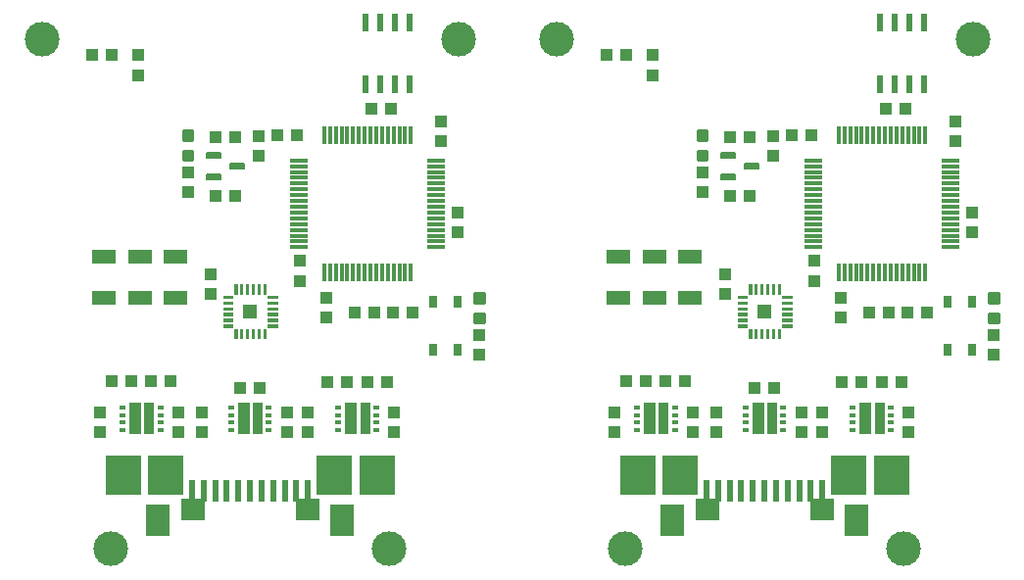
<source format=gbr>
G04 EAGLE Gerber RS-274X export*
G75*
%MOMM*%
%FSLAX34Y34*%
%LPD*%
%INSolderpaste Top*%
%IPPOS*%
%AMOC8*
5,1,8,0,0,1.08239X$1,22.5*%
G01*
%ADD10R,1.000000X1.100000*%
%ADD11R,2.060000X1.270000*%
%ADD12R,1.260000X1.260000*%
%ADD13C,0.067500*%
%ADD14R,2.000000X1.900000*%
%ADD15R,0.600000X1.900000*%
%ADD16R,2.100000X2.800000*%
%ADD17R,3.100000X3.500000*%
%ADD18R,1.100000X1.000000*%
%ADD19R,1.500000X0.300000*%
%ADD20R,0.300000X1.500000*%
%ADD21R,0.650000X1.050000*%
%ADD22C,0.300000*%
%ADD23R,0.620000X0.440000*%
%ADD24R,0.935000X2.800000*%
%ADD25R,1.005000X2.800000*%
%ADD26R,0.600000X1.500000*%
%ADD27C,0.147500*%
%ADD28C,3.000000*%


D10*
X181769Y277581D03*
X181769Y260581D03*
D11*
X151606Y257088D03*
X151606Y292188D03*
X89694Y257088D03*
X89694Y292188D03*
D10*
X153988Y157725D03*
X153988Y140725D03*
X86519Y157725D03*
X86519Y140725D03*
X281781Y256944D03*
X281781Y239944D03*
D12*
X215900Y245269D03*
D13*
X200513Y256756D02*
X192587Y256756D01*
X192587Y258782D01*
X200513Y258782D01*
X200513Y256756D01*
X200513Y257397D02*
X192587Y257397D01*
X192587Y258038D02*
X200513Y258038D01*
X200513Y258679D02*
X192587Y258679D01*
X192587Y251756D02*
X200513Y251756D01*
X192587Y251756D02*
X192587Y253782D01*
X200513Y253782D01*
X200513Y251756D01*
X200513Y252397D02*
X192587Y252397D01*
X192587Y253038D02*
X200513Y253038D01*
X200513Y253679D02*
X192587Y253679D01*
X192587Y246756D02*
X200513Y246756D01*
X192587Y246756D02*
X192587Y248782D01*
X200513Y248782D01*
X200513Y246756D01*
X200513Y247397D02*
X192587Y247397D01*
X192587Y248038D02*
X200513Y248038D01*
X200513Y248679D02*
X192587Y248679D01*
X192587Y241756D02*
X200513Y241756D01*
X192587Y241756D02*
X192587Y243782D01*
X200513Y243782D01*
X200513Y241756D01*
X200513Y242397D02*
X192587Y242397D01*
X192587Y243038D02*
X200513Y243038D01*
X200513Y243679D02*
X192587Y243679D01*
X192587Y236756D02*
X200513Y236756D01*
X192587Y236756D02*
X192587Y238782D01*
X200513Y238782D01*
X200513Y236756D01*
X200513Y237397D02*
X192587Y237397D01*
X192587Y238038D02*
X200513Y238038D01*
X200513Y238679D02*
X192587Y238679D01*
X192587Y231756D02*
X200513Y231756D01*
X192587Y231756D02*
X192587Y233782D01*
X200513Y233782D01*
X200513Y231756D01*
X200513Y232397D02*
X192587Y232397D01*
X192587Y233038D02*
X200513Y233038D01*
X200513Y233679D02*
X192587Y233679D01*
X231287Y231756D02*
X239213Y231756D01*
X231287Y231756D02*
X231287Y233782D01*
X239213Y233782D01*
X239213Y231756D01*
X239213Y232397D02*
X231287Y232397D01*
X231287Y233038D02*
X239213Y233038D01*
X239213Y233679D02*
X231287Y233679D01*
X231287Y236756D02*
X239213Y236756D01*
X231287Y236756D02*
X231287Y238782D01*
X239213Y238782D01*
X239213Y236756D01*
X239213Y237397D02*
X231287Y237397D01*
X231287Y238038D02*
X239213Y238038D01*
X239213Y238679D02*
X231287Y238679D01*
X231287Y241756D02*
X239213Y241756D01*
X231287Y241756D02*
X231287Y243782D01*
X239213Y243782D01*
X239213Y241756D01*
X239213Y242397D02*
X231287Y242397D01*
X231287Y243038D02*
X239213Y243038D01*
X239213Y243679D02*
X231287Y243679D01*
X231287Y246756D02*
X239213Y246756D01*
X231287Y246756D02*
X231287Y248782D01*
X239213Y248782D01*
X239213Y246756D01*
X239213Y247397D02*
X231287Y247397D01*
X231287Y248038D02*
X239213Y248038D01*
X239213Y248679D02*
X231287Y248679D01*
X231287Y251756D02*
X239213Y251756D01*
X231287Y251756D02*
X231287Y253782D01*
X239213Y253782D01*
X239213Y251756D01*
X239213Y252397D02*
X231287Y252397D01*
X231287Y253038D02*
X239213Y253038D01*
X239213Y253679D02*
X231287Y253679D01*
X231287Y256756D02*
X239213Y256756D01*
X231287Y256756D02*
X231287Y258782D01*
X239213Y258782D01*
X239213Y256756D01*
X239213Y257397D02*
X231287Y257397D01*
X231287Y258038D02*
X239213Y258038D01*
X239213Y258679D02*
X231287Y258679D01*
X227387Y260656D02*
X227387Y268582D01*
X229413Y268582D01*
X229413Y260656D01*
X227387Y260656D01*
X227387Y261297D02*
X229413Y261297D01*
X229413Y261938D02*
X227387Y261938D01*
X227387Y262579D02*
X229413Y262579D01*
X229413Y263220D02*
X227387Y263220D01*
X227387Y263861D02*
X229413Y263861D01*
X229413Y264502D02*
X227387Y264502D01*
X227387Y265143D02*
X229413Y265143D01*
X229413Y265784D02*
X227387Y265784D01*
X227387Y266425D02*
X229413Y266425D01*
X229413Y267066D02*
X227387Y267066D01*
X227387Y267707D02*
X229413Y267707D01*
X229413Y268348D02*
X227387Y268348D01*
X222387Y268582D02*
X222387Y260656D01*
X222387Y268582D02*
X224413Y268582D01*
X224413Y260656D01*
X222387Y260656D01*
X222387Y261297D02*
X224413Y261297D01*
X224413Y261938D02*
X222387Y261938D01*
X222387Y262579D02*
X224413Y262579D01*
X224413Y263220D02*
X222387Y263220D01*
X222387Y263861D02*
X224413Y263861D01*
X224413Y264502D02*
X222387Y264502D01*
X222387Y265143D02*
X224413Y265143D01*
X224413Y265784D02*
X222387Y265784D01*
X222387Y266425D02*
X224413Y266425D01*
X224413Y267066D02*
X222387Y267066D01*
X222387Y267707D02*
X224413Y267707D01*
X224413Y268348D02*
X222387Y268348D01*
X217387Y268582D02*
X217387Y260656D01*
X217387Y268582D02*
X219413Y268582D01*
X219413Y260656D01*
X217387Y260656D01*
X217387Y261297D02*
X219413Y261297D01*
X219413Y261938D02*
X217387Y261938D01*
X217387Y262579D02*
X219413Y262579D01*
X219413Y263220D02*
X217387Y263220D01*
X217387Y263861D02*
X219413Y263861D01*
X219413Y264502D02*
X217387Y264502D01*
X217387Y265143D02*
X219413Y265143D01*
X219413Y265784D02*
X217387Y265784D01*
X217387Y266425D02*
X219413Y266425D01*
X219413Y267066D02*
X217387Y267066D01*
X217387Y267707D02*
X219413Y267707D01*
X219413Y268348D02*
X217387Y268348D01*
X212387Y268582D02*
X212387Y260656D01*
X212387Y268582D02*
X214413Y268582D01*
X214413Y260656D01*
X212387Y260656D01*
X212387Y261297D02*
X214413Y261297D01*
X214413Y261938D02*
X212387Y261938D01*
X212387Y262579D02*
X214413Y262579D01*
X214413Y263220D02*
X212387Y263220D01*
X212387Y263861D02*
X214413Y263861D01*
X214413Y264502D02*
X212387Y264502D01*
X212387Y265143D02*
X214413Y265143D01*
X214413Y265784D02*
X212387Y265784D01*
X212387Y266425D02*
X214413Y266425D01*
X214413Y267066D02*
X212387Y267066D01*
X212387Y267707D02*
X214413Y267707D01*
X214413Y268348D02*
X212387Y268348D01*
X207387Y268582D02*
X207387Y260656D01*
X207387Y268582D02*
X209413Y268582D01*
X209413Y260656D01*
X207387Y260656D01*
X207387Y261297D02*
X209413Y261297D01*
X209413Y261938D02*
X207387Y261938D01*
X207387Y262579D02*
X209413Y262579D01*
X209413Y263220D02*
X207387Y263220D01*
X207387Y263861D02*
X209413Y263861D01*
X209413Y264502D02*
X207387Y264502D01*
X207387Y265143D02*
X209413Y265143D01*
X209413Y265784D02*
X207387Y265784D01*
X207387Y266425D02*
X209413Y266425D01*
X209413Y267066D02*
X207387Y267066D01*
X207387Y267707D02*
X209413Y267707D01*
X209413Y268348D02*
X207387Y268348D01*
X202387Y268582D02*
X202387Y260656D01*
X202387Y268582D02*
X204413Y268582D01*
X204413Y260656D01*
X202387Y260656D01*
X202387Y261297D02*
X204413Y261297D01*
X204413Y261938D02*
X202387Y261938D01*
X202387Y262579D02*
X204413Y262579D01*
X204413Y263220D02*
X202387Y263220D01*
X202387Y263861D02*
X204413Y263861D01*
X204413Y264502D02*
X202387Y264502D01*
X202387Y265143D02*
X204413Y265143D01*
X204413Y265784D02*
X202387Y265784D01*
X202387Y266425D02*
X204413Y266425D01*
X204413Y267066D02*
X202387Y267066D01*
X202387Y267707D02*
X204413Y267707D01*
X204413Y268348D02*
X202387Y268348D01*
X202387Y229882D02*
X202387Y221956D01*
X202387Y229882D02*
X204413Y229882D01*
X204413Y221956D01*
X202387Y221956D01*
X202387Y222597D02*
X204413Y222597D01*
X204413Y223238D02*
X202387Y223238D01*
X202387Y223879D02*
X204413Y223879D01*
X204413Y224520D02*
X202387Y224520D01*
X202387Y225161D02*
X204413Y225161D01*
X204413Y225802D02*
X202387Y225802D01*
X202387Y226443D02*
X204413Y226443D01*
X204413Y227084D02*
X202387Y227084D01*
X202387Y227725D02*
X204413Y227725D01*
X204413Y228366D02*
X202387Y228366D01*
X202387Y229007D02*
X204413Y229007D01*
X204413Y229648D02*
X202387Y229648D01*
X207387Y229882D02*
X207387Y221956D01*
X207387Y229882D02*
X209413Y229882D01*
X209413Y221956D01*
X207387Y221956D01*
X207387Y222597D02*
X209413Y222597D01*
X209413Y223238D02*
X207387Y223238D01*
X207387Y223879D02*
X209413Y223879D01*
X209413Y224520D02*
X207387Y224520D01*
X207387Y225161D02*
X209413Y225161D01*
X209413Y225802D02*
X207387Y225802D01*
X207387Y226443D02*
X209413Y226443D01*
X209413Y227084D02*
X207387Y227084D01*
X207387Y227725D02*
X209413Y227725D01*
X209413Y228366D02*
X207387Y228366D01*
X207387Y229007D02*
X209413Y229007D01*
X209413Y229648D02*
X207387Y229648D01*
X212387Y229882D02*
X212387Y221956D01*
X212387Y229882D02*
X214413Y229882D01*
X214413Y221956D01*
X212387Y221956D01*
X212387Y222597D02*
X214413Y222597D01*
X214413Y223238D02*
X212387Y223238D01*
X212387Y223879D02*
X214413Y223879D01*
X214413Y224520D02*
X212387Y224520D01*
X212387Y225161D02*
X214413Y225161D01*
X214413Y225802D02*
X212387Y225802D01*
X212387Y226443D02*
X214413Y226443D01*
X214413Y227084D02*
X212387Y227084D01*
X212387Y227725D02*
X214413Y227725D01*
X214413Y228366D02*
X212387Y228366D01*
X212387Y229007D02*
X214413Y229007D01*
X214413Y229648D02*
X212387Y229648D01*
X217387Y229882D02*
X217387Y221956D01*
X217387Y229882D02*
X219413Y229882D01*
X219413Y221956D01*
X217387Y221956D01*
X217387Y222597D02*
X219413Y222597D01*
X219413Y223238D02*
X217387Y223238D01*
X217387Y223879D02*
X219413Y223879D01*
X219413Y224520D02*
X217387Y224520D01*
X217387Y225161D02*
X219413Y225161D01*
X219413Y225802D02*
X217387Y225802D01*
X217387Y226443D02*
X219413Y226443D01*
X219413Y227084D02*
X217387Y227084D01*
X217387Y227725D02*
X219413Y227725D01*
X219413Y228366D02*
X217387Y228366D01*
X217387Y229007D02*
X219413Y229007D01*
X219413Y229648D02*
X217387Y229648D01*
X222387Y229882D02*
X222387Y221956D01*
X222387Y229882D02*
X224413Y229882D01*
X224413Y221956D01*
X222387Y221956D01*
X222387Y222597D02*
X224413Y222597D01*
X224413Y223238D02*
X222387Y223238D01*
X222387Y223879D02*
X224413Y223879D01*
X224413Y224520D02*
X222387Y224520D01*
X222387Y225161D02*
X224413Y225161D01*
X224413Y225802D02*
X222387Y225802D01*
X222387Y226443D02*
X224413Y226443D01*
X224413Y227084D02*
X222387Y227084D01*
X222387Y227725D02*
X224413Y227725D01*
X224413Y228366D02*
X222387Y228366D01*
X222387Y229007D02*
X224413Y229007D01*
X224413Y229648D02*
X222387Y229648D01*
X227387Y229882D02*
X227387Y221956D01*
X227387Y229882D02*
X229413Y229882D01*
X229413Y221956D01*
X227387Y221956D01*
X227387Y222597D02*
X229413Y222597D01*
X229413Y223238D02*
X227387Y223238D01*
X227387Y223879D02*
X229413Y223879D01*
X229413Y224520D02*
X227387Y224520D01*
X227387Y225161D02*
X229413Y225161D01*
X229413Y225802D02*
X227387Y225802D01*
X227387Y226443D02*
X229413Y226443D01*
X229413Y227084D02*
X227387Y227084D01*
X227387Y227725D02*
X229413Y227725D01*
X229413Y228366D02*
X227387Y228366D01*
X227387Y229007D02*
X229413Y229007D01*
X229413Y229648D02*
X227387Y229648D01*
D14*
X265400Y74088D03*
X166400Y74088D03*
D15*
X165900Y90088D03*
X175900Y90088D03*
X185900Y90088D03*
X195900Y90088D03*
X205900Y90088D03*
X215900Y90088D03*
X225900Y90088D03*
X235900Y90088D03*
X245900Y90088D03*
X255900Y90088D03*
X265900Y90088D03*
D16*
X136600Y64788D03*
X295350Y64788D03*
D17*
X288893Y103981D03*
X325469Y103981D03*
D18*
X282806Y184150D03*
X299806Y184150D03*
D17*
X142907Y103981D03*
X106331Y103981D03*
D18*
X96275Y184944D03*
X113275Y184944D03*
X356163Y244475D03*
X339163Y244475D03*
D10*
X223044Y379644D03*
X223044Y396644D03*
D18*
X323619Y244475D03*
X306619Y244475D03*
D10*
X162719Y365688D03*
X162719Y348688D03*
X380905Y391995D03*
X380905Y408995D03*
D18*
X256499Y397034D03*
X239499Y397034D03*
D10*
X258763Y288694D03*
X258763Y271694D03*
D19*
X376500Y300638D03*
X376500Y305638D03*
X376500Y310638D03*
X376500Y315638D03*
X376500Y320638D03*
X376500Y325638D03*
X376500Y330638D03*
X376500Y335638D03*
X376500Y340638D03*
X376500Y345638D03*
X376500Y350638D03*
X376500Y355638D03*
X376500Y360638D03*
X376500Y365638D03*
X376500Y370638D03*
X376500Y375638D03*
D20*
X355000Y397138D03*
X350000Y397138D03*
X345000Y397138D03*
X340000Y397138D03*
X335000Y397138D03*
X330000Y397138D03*
X325000Y397138D03*
X320000Y397138D03*
X315000Y397138D03*
X310000Y397138D03*
X305000Y397138D03*
X300000Y397138D03*
X295000Y397138D03*
X290000Y397138D03*
X285000Y397138D03*
X280000Y397138D03*
D19*
X258500Y375638D03*
X258500Y370638D03*
X258500Y365638D03*
X258500Y360638D03*
X258500Y355638D03*
X258500Y350638D03*
X258500Y345638D03*
X258500Y340638D03*
X258500Y335638D03*
X258500Y330638D03*
X258500Y325638D03*
X258500Y320638D03*
X258500Y315638D03*
X258500Y310638D03*
X258500Y305638D03*
X258500Y300638D03*
D20*
X280000Y279138D03*
X285000Y279138D03*
X290000Y279138D03*
X295000Y279138D03*
X300000Y279138D03*
X305000Y279138D03*
X310000Y279138D03*
X315000Y279138D03*
X320000Y279138D03*
X325000Y279138D03*
X330000Y279138D03*
X335000Y279138D03*
X340000Y279138D03*
X345000Y279138D03*
X350000Y279138D03*
X355000Y279138D03*
D11*
X120650Y257088D03*
X120650Y292188D03*
D10*
X119350Y449511D03*
X119350Y466511D03*
D18*
X79641Y467249D03*
X96641Y467249D03*
D21*
X374219Y211819D03*
X395719Y211819D03*
X374219Y253319D03*
X395719Y253319D03*
D22*
X410838Y252920D02*
X417838Y252920D01*
X410838Y252920D02*
X410838Y259920D01*
X417838Y259920D01*
X417838Y252920D01*
X417838Y255770D02*
X410838Y255770D01*
X410838Y258620D02*
X417838Y258620D01*
X417838Y235380D02*
X410838Y235380D01*
X410838Y242380D01*
X417838Y242380D01*
X417838Y235380D01*
X417838Y238230D02*
X410838Y238230D01*
X410838Y241080D02*
X417838Y241080D01*
D10*
X414338Y224400D03*
X414338Y207400D03*
D23*
X138638Y149150D03*
X138638Y142650D03*
X138638Y155650D03*
X138638Y162150D03*
X105838Y149150D03*
X105838Y142650D03*
X105838Y155650D03*
X105838Y162150D03*
D24*
X128863Y152400D03*
D25*
X116663Y152400D03*
D18*
X147406Y184944D03*
X130406Y184944D03*
D10*
X247650Y157725D03*
X247650Y140725D03*
X174625Y157725D03*
X174625Y140725D03*
D23*
X232300Y149150D03*
X232300Y142650D03*
X232300Y155650D03*
X232300Y162150D03*
X199500Y149150D03*
X199500Y142650D03*
X199500Y155650D03*
X199500Y162150D03*
D24*
X222525Y152400D03*
D25*
X210325Y152400D03*
D18*
X224400Y179388D03*
X207400Y179388D03*
D10*
X340519Y157725D03*
X340519Y140725D03*
X265906Y157725D03*
X265906Y140725D03*
D23*
X325169Y149150D03*
X325169Y142650D03*
X325169Y155650D03*
X325169Y162150D03*
X292369Y149150D03*
X292369Y142650D03*
X292369Y155650D03*
X292369Y162150D03*
D24*
X315394Y152400D03*
D25*
X303194Y152400D03*
D18*
X334731Y184150D03*
X317731Y184150D03*
D22*
X166219Y393414D02*
X159219Y393414D01*
X159219Y400414D01*
X166219Y400414D01*
X166219Y393414D01*
X166219Y396264D02*
X159219Y396264D01*
X159219Y399114D02*
X166219Y399114D01*
X166219Y375874D02*
X159219Y375874D01*
X159219Y382874D01*
X166219Y382874D01*
X166219Y375874D01*
X166219Y378724D02*
X159219Y378724D01*
X159219Y381574D02*
X166219Y381574D01*
D26*
X315913Y441813D03*
X328613Y441813D03*
X341313Y441813D03*
X354013Y441813D03*
X354013Y494813D03*
X341313Y494813D03*
X328613Y494813D03*
X315913Y494813D03*
D27*
X190182Y377968D02*
X178456Y377968D01*
X178456Y382394D01*
X190182Y382394D01*
X190182Y377968D01*
X190182Y379369D02*
X178456Y379369D01*
X178456Y380770D02*
X190182Y380770D01*
X190182Y382171D02*
X178456Y382171D01*
X178456Y358968D02*
X190182Y358968D01*
X178456Y358968D02*
X178456Y363394D01*
X190182Y363394D01*
X190182Y358968D01*
X190182Y360369D02*
X178456Y360369D01*
X178456Y361770D02*
X190182Y361770D01*
X190182Y363171D02*
X178456Y363171D01*
X198756Y368468D02*
X210482Y368468D01*
X198756Y368468D02*
X198756Y372894D01*
X210482Y372894D01*
X210482Y368468D01*
X210482Y369869D02*
X198756Y369869D01*
X198756Y371270D02*
X210482Y371270D01*
X210482Y372671D02*
X198756Y372671D01*
D18*
X185969Y396081D03*
X202969Y396081D03*
X185969Y345281D03*
X202969Y345281D03*
D10*
X395288Y313763D03*
X395288Y330763D03*
D18*
X337906Y419894D03*
X320906Y419894D03*
D28*
X396000Y480000D03*
X36000Y480000D03*
X96000Y40000D03*
X336000Y40000D03*
D10*
X626269Y277581D03*
X626269Y260581D03*
D11*
X596106Y257088D03*
X596106Y292188D03*
X534194Y257088D03*
X534194Y292188D03*
D10*
X598488Y157725D03*
X598488Y140725D03*
X531019Y157725D03*
X531019Y140725D03*
X726281Y256944D03*
X726281Y239944D03*
D12*
X660400Y245269D03*
D13*
X645013Y256756D02*
X637087Y256756D01*
X637087Y258782D01*
X645013Y258782D01*
X645013Y256756D01*
X645013Y257397D02*
X637087Y257397D01*
X637087Y258038D02*
X645013Y258038D01*
X645013Y258679D02*
X637087Y258679D01*
X637087Y251756D02*
X645013Y251756D01*
X637087Y251756D02*
X637087Y253782D01*
X645013Y253782D01*
X645013Y251756D01*
X645013Y252397D02*
X637087Y252397D01*
X637087Y253038D02*
X645013Y253038D01*
X645013Y253679D02*
X637087Y253679D01*
X637087Y246756D02*
X645013Y246756D01*
X637087Y246756D02*
X637087Y248782D01*
X645013Y248782D01*
X645013Y246756D01*
X645013Y247397D02*
X637087Y247397D01*
X637087Y248038D02*
X645013Y248038D01*
X645013Y248679D02*
X637087Y248679D01*
X637087Y241756D02*
X645013Y241756D01*
X637087Y241756D02*
X637087Y243782D01*
X645013Y243782D01*
X645013Y241756D01*
X645013Y242397D02*
X637087Y242397D01*
X637087Y243038D02*
X645013Y243038D01*
X645013Y243679D02*
X637087Y243679D01*
X637087Y236756D02*
X645013Y236756D01*
X637087Y236756D02*
X637087Y238782D01*
X645013Y238782D01*
X645013Y236756D01*
X645013Y237397D02*
X637087Y237397D01*
X637087Y238038D02*
X645013Y238038D01*
X645013Y238679D02*
X637087Y238679D01*
X637087Y231756D02*
X645013Y231756D01*
X637087Y231756D02*
X637087Y233782D01*
X645013Y233782D01*
X645013Y231756D01*
X645013Y232397D02*
X637087Y232397D01*
X637087Y233038D02*
X645013Y233038D01*
X645013Y233679D02*
X637087Y233679D01*
X675787Y231756D02*
X683713Y231756D01*
X675787Y231756D02*
X675787Y233782D01*
X683713Y233782D01*
X683713Y231756D01*
X683713Y232397D02*
X675787Y232397D01*
X675787Y233038D02*
X683713Y233038D01*
X683713Y233679D02*
X675787Y233679D01*
X675787Y236756D02*
X683713Y236756D01*
X675787Y236756D02*
X675787Y238782D01*
X683713Y238782D01*
X683713Y236756D01*
X683713Y237397D02*
X675787Y237397D01*
X675787Y238038D02*
X683713Y238038D01*
X683713Y238679D02*
X675787Y238679D01*
X675787Y241756D02*
X683713Y241756D01*
X675787Y241756D02*
X675787Y243782D01*
X683713Y243782D01*
X683713Y241756D01*
X683713Y242397D02*
X675787Y242397D01*
X675787Y243038D02*
X683713Y243038D01*
X683713Y243679D02*
X675787Y243679D01*
X675787Y246756D02*
X683713Y246756D01*
X675787Y246756D02*
X675787Y248782D01*
X683713Y248782D01*
X683713Y246756D01*
X683713Y247397D02*
X675787Y247397D01*
X675787Y248038D02*
X683713Y248038D01*
X683713Y248679D02*
X675787Y248679D01*
X675787Y251756D02*
X683713Y251756D01*
X675787Y251756D02*
X675787Y253782D01*
X683713Y253782D01*
X683713Y251756D01*
X683713Y252397D02*
X675787Y252397D01*
X675787Y253038D02*
X683713Y253038D01*
X683713Y253679D02*
X675787Y253679D01*
X675787Y256756D02*
X683713Y256756D01*
X675787Y256756D02*
X675787Y258782D01*
X683713Y258782D01*
X683713Y256756D01*
X683713Y257397D02*
X675787Y257397D01*
X675787Y258038D02*
X683713Y258038D01*
X683713Y258679D02*
X675787Y258679D01*
X671887Y260656D02*
X671887Y268582D01*
X673913Y268582D01*
X673913Y260656D01*
X671887Y260656D01*
X671887Y261297D02*
X673913Y261297D01*
X673913Y261938D02*
X671887Y261938D01*
X671887Y262579D02*
X673913Y262579D01*
X673913Y263220D02*
X671887Y263220D01*
X671887Y263861D02*
X673913Y263861D01*
X673913Y264502D02*
X671887Y264502D01*
X671887Y265143D02*
X673913Y265143D01*
X673913Y265784D02*
X671887Y265784D01*
X671887Y266425D02*
X673913Y266425D01*
X673913Y267066D02*
X671887Y267066D01*
X671887Y267707D02*
X673913Y267707D01*
X673913Y268348D02*
X671887Y268348D01*
X666887Y268582D02*
X666887Y260656D01*
X666887Y268582D02*
X668913Y268582D01*
X668913Y260656D01*
X666887Y260656D01*
X666887Y261297D02*
X668913Y261297D01*
X668913Y261938D02*
X666887Y261938D01*
X666887Y262579D02*
X668913Y262579D01*
X668913Y263220D02*
X666887Y263220D01*
X666887Y263861D02*
X668913Y263861D01*
X668913Y264502D02*
X666887Y264502D01*
X666887Y265143D02*
X668913Y265143D01*
X668913Y265784D02*
X666887Y265784D01*
X666887Y266425D02*
X668913Y266425D01*
X668913Y267066D02*
X666887Y267066D01*
X666887Y267707D02*
X668913Y267707D01*
X668913Y268348D02*
X666887Y268348D01*
X661887Y268582D02*
X661887Y260656D01*
X661887Y268582D02*
X663913Y268582D01*
X663913Y260656D01*
X661887Y260656D01*
X661887Y261297D02*
X663913Y261297D01*
X663913Y261938D02*
X661887Y261938D01*
X661887Y262579D02*
X663913Y262579D01*
X663913Y263220D02*
X661887Y263220D01*
X661887Y263861D02*
X663913Y263861D01*
X663913Y264502D02*
X661887Y264502D01*
X661887Y265143D02*
X663913Y265143D01*
X663913Y265784D02*
X661887Y265784D01*
X661887Y266425D02*
X663913Y266425D01*
X663913Y267066D02*
X661887Y267066D01*
X661887Y267707D02*
X663913Y267707D01*
X663913Y268348D02*
X661887Y268348D01*
X656887Y268582D02*
X656887Y260656D01*
X656887Y268582D02*
X658913Y268582D01*
X658913Y260656D01*
X656887Y260656D01*
X656887Y261297D02*
X658913Y261297D01*
X658913Y261938D02*
X656887Y261938D01*
X656887Y262579D02*
X658913Y262579D01*
X658913Y263220D02*
X656887Y263220D01*
X656887Y263861D02*
X658913Y263861D01*
X658913Y264502D02*
X656887Y264502D01*
X656887Y265143D02*
X658913Y265143D01*
X658913Y265784D02*
X656887Y265784D01*
X656887Y266425D02*
X658913Y266425D01*
X658913Y267066D02*
X656887Y267066D01*
X656887Y267707D02*
X658913Y267707D01*
X658913Y268348D02*
X656887Y268348D01*
X651887Y268582D02*
X651887Y260656D01*
X651887Y268582D02*
X653913Y268582D01*
X653913Y260656D01*
X651887Y260656D01*
X651887Y261297D02*
X653913Y261297D01*
X653913Y261938D02*
X651887Y261938D01*
X651887Y262579D02*
X653913Y262579D01*
X653913Y263220D02*
X651887Y263220D01*
X651887Y263861D02*
X653913Y263861D01*
X653913Y264502D02*
X651887Y264502D01*
X651887Y265143D02*
X653913Y265143D01*
X653913Y265784D02*
X651887Y265784D01*
X651887Y266425D02*
X653913Y266425D01*
X653913Y267066D02*
X651887Y267066D01*
X651887Y267707D02*
X653913Y267707D01*
X653913Y268348D02*
X651887Y268348D01*
X646887Y268582D02*
X646887Y260656D01*
X646887Y268582D02*
X648913Y268582D01*
X648913Y260656D01*
X646887Y260656D01*
X646887Y261297D02*
X648913Y261297D01*
X648913Y261938D02*
X646887Y261938D01*
X646887Y262579D02*
X648913Y262579D01*
X648913Y263220D02*
X646887Y263220D01*
X646887Y263861D02*
X648913Y263861D01*
X648913Y264502D02*
X646887Y264502D01*
X646887Y265143D02*
X648913Y265143D01*
X648913Y265784D02*
X646887Y265784D01*
X646887Y266425D02*
X648913Y266425D01*
X648913Y267066D02*
X646887Y267066D01*
X646887Y267707D02*
X648913Y267707D01*
X648913Y268348D02*
X646887Y268348D01*
X646887Y229882D02*
X646887Y221956D01*
X646887Y229882D02*
X648913Y229882D01*
X648913Y221956D01*
X646887Y221956D01*
X646887Y222597D02*
X648913Y222597D01*
X648913Y223238D02*
X646887Y223238D01*
X646887Y223879D02*
X648913Y223879D01*
X648913Y224520D02*
X646887Y224520D01*
X646887Y225161D02*
X648913Y225161D01*
X648913Y225802D02*
X646887Y225802D01*
X646887Y226443D02*
X648913Y226443D01*
X648913Y227084D02*
X646887Y227084D01*
X646887Y227725D02*
X648913Y227725D01*
X648913Y228366D02*
X646887Y228366D01*
X646887Y229007D02*
X648913Y229007D01*
X648913Y229648D02*
X646887Y229648D01*
X651887Y229882D02*
X651887Y221956D01*
X651887Y229882D02*
X653913Y229882D01*
X653913Y221956D01*
X651887Y221956D01*
X651887Y222597D02*
X653913Y222597D01*
X653913Y223238D02*
X651887Y223238D01*
X651887Y223879D02*
X653913Y223879D01*
X653913Y224520D02*
X651887Y224520D01*
X651887Y225161D02*
X653913Y225161D01*
X653913Y225802D02*
X651887Y225802D01*
X651887Y226443D02*
X653913Y226443D01*
X653913Y227084D02*
X651887Y227084D01*
X651887Y227725D02*
X653913Y227725D01*
X653913Y228366D02*
X651887Y228366D01*
X651887Y229007D02*
X653913Y229007D01*
X653913Y229648D02*
X651887Y229648D01*
X656887Y229882D02*
X656887Y221956D01*
X656887Y229882D02*
X658913Y229882D01*
X658913Y221956D01*
X656887Y221956D01*
X656887Y222597D02*
X658913Y222597D01*
X658913Y223238D02*
X656887Y223238D01*
X656887Y223879D02*
X658913Y223879D01*
X658913Y224520D02*
X656887Y224520D01*
X656887Y225161D02*
X658913Y225161D01*
X658913Y225802D02*
X656887Y225802D01*
X656887Y226443D02*
X658913Y226443D01*
X658913Y227084D02*
X656887Y227084D01*
X656887Y227725D02*
X658913Y227725D01*
X658913Y228366D02*
X656887Y228366D01*
X656887Y229007D02*
X658913Y229007D01*
X658913Y229648D02*
X656887Y229648D01*
X661887Y229882D02*
X661887Y221956D01*
X661887Y229882D02*
X663913Y229882D01*
X663913Y221956D01*
X661887Y221956D01*
X661887Y222597D02*
X663913Y222597D01*
X663913Y223238D02*
X661887Y223238D01*
X661887Y223879D02*
X663913Y223879D01*
X663913Y224520D02*
X661887Y224520D01*
X661887Y225161D02*
X663913Y225161D01*
X663913Y225802D02*
X661887Y225802D01*
X661887Y226443D02*
X663913Y226443D01*
X663913Y227084D02*
X661887Y227084D01*
X661887Y227725D02*
X663913Y227725D01*
X663913Y228366D02*
X661887Y228366D01*
X661887Y229007D02*
X663913Y229007D01*
X663913Y229648D02*
X661887Y229648D01*
X666887Y229882D02*
X666887Y221956D01*
X666887Y229882D02*
X668913Y229882D01*
X668913Y221956D01*
X666887Y221956D01*
X666887Y222597D02*
X668913Y222597D01*
X668913Y223238D02*
X666887Y223238D01*
X666887Y223879D02*
X668913Y223879D01*
X668913Y224520D02*
X666887Y224520D01*
X666887Y225161D02*
X668913Y225161D01*
X668913Y225802D02*
X666887Y225802D01*
X666887Y226443D02*
X668913Y226443D01*
X668913Y227084D02*
X666887Y227084D01*
X666887Y227725D02*
X668913Y227725D01*
X668913Y228366D02*
X666887Y228366D01*
X666887Y229007D02*
X668913Y229007D01*
X668913Y229648D02*
X666887Y229648D01*
X671887Y229882D02*
X671887Y221956D01*
X671887Y229882D02*
X673913Y229882D01*
X673913Y221956D01*
X671887Y221956D01*
X671887Y222597D02*
X673913Y222597D01*
X673913Y223238D02*
X671887Y223238D01*
X671887Y223879D02*
X673913Y223879D01*
X673913Y224520D02*
X671887Y224520D01*
X671887Y225161D02*
X673913Y225161D01*
X673913Y225802D02*
X671887Y225802D01*
X671887Y226443D02*
X673913Y226443D01*
X673913Y227084D02*
X671887Y227084D01*
X671887Y227725D02*
X673913Y227725D01*
X673913Y228366D02*
X671887Y228366D01*
X671887Y229007D02*
X673913Y229007D01*
X673913Y229648D02*
X671887Y229648D01*
D14*
X709900Y74088D03*
X610900Y74088D03*
D15*
X610400Y90088D03*
X620400Y90088D03*
X630400Y90088D03*
X640400Y90088D03*
X650400Y90088D03*
X660400Y90088D03*
X670400Y90088D03*
X680400Y90088D03*
X690400Y90088D03*
X700400Y90088D03*
X710400Y90088D03*
D16*
X581100Y64788D03*
X739850Y64788D03*
D17*
X733393Y103981D03*
X769969Y103981D03*
D18*
X727306Y184150D03*
X744306Y184150D03*
D17*
X587407Y103981D03*
X550831Y103981D03*
D18*
X540775Y184944D03*
X557775Y184944D03*
X800663Y244475D03*
X783663Y244475D03*
D10*
X667544Y379644D03*
X667544Y396644D03*
D18*
X768119Y244475D03*
X751119Y244475D03*
D10*
X607219Y365688D03*
X607219Y348688D03*
X825405Y391995D03*
X825405Y408995D03*
D18*
X700999Y397034D03*
X683999Y397034D03*
D10*
X703263Y288694D03*
X703263Y271694D03*
D19*
X821000Y300638D03*
X821000Y305638D03*
X821000Y310638D03*
X821000Y315638D03*
X821000Y320638D03*
X821000Y325638D03*
X821000Y330638D03*
X821000Y335638D03*
X821000Y340638D03*
X821000Y345638D03*
X821000Y350638D03*
X821000Y355638D03*
X821000Y360638D03*
X821000Y365638D03*
X821000Y370638D03*
X821000Y375638D03*
D20*
X799500Y397138D03*
X794500Y397138D03*
X789500Y397138D03*
X784500Y397138D03*
X779500Y397138D03*
X774500Y397138D03*
X769500Y397138D03*
X764500Y397138D03*
X759500Y397138D03*
X754500Y397138D03*
X749500Y397138D03*
X744500Y397138D03*
X739500Y397138D03*
X734500Y397138D03*
X729500Y397138D03*
X724500Y397138D03*
D19*
X703000Y375638D03*
X703000Y370638D03*
X703000Y365638D03*
X703000Y360638D03*
X703000Y355638D03*
X703000Y350638D03*
X703000Y345638D03*
X703000Y340638D03*
X703000Y335638D03*
X703000Y330638D03*
X703000Y325638D03*
X703000Y320638D03*
X703000Y315638D03*
X703000Y310638D03*
X703000Y305638D03*
X703000Y300638D03*
D20*
X724500Y279138D03*
X729500Y279138D03*
X734500Y279138D03*
X739500Y279138D03*
X744500Y279138D03*
X749500Y279138D03*
X754500Y279138D03*
X759500Y279138D03*
X764500Y279138D03*
X769500Y279138D03*
X774500Y279138D03*
X779500Y279138D03*
X784500Y279138D03*
X789500Y279138D03*
X794500Y279138D03*
X799500Y279138D03*
D11*
X565150Y257088D03*
X565150Y292188D03*
D10*
X563850Y449511D03*
X563850Y466511D03*
D18*
X524141Y467249D03*
X541141Y467249D03*
D21*
X818719Y211819D03*
X840219Y211819D03*
X818719Y253319D03*
X840219Y253319D03*
D22*
X855338Y252920D02*
X862338Y252920D01*
X855338Y252920D02*
X855338Y259920D01*
X862338Y259920D01*
X862338Y252920D01*
X862338Y255770D02*
X855338Y255770D01*
X855338Y258620D02*
X862338Y258620D01*
X862338Y235380D02*
X855338Y235380D01*
X855338Y242380D01*
X862338Y242380D01*
X862338Y235380D01*
X862338Y238230D02*
X855338Y238230D01*
X855338Y241080D02*
X862338Y241080D01*
D10*
X858838Y224400D03*
X858838Y207400D03*
D23*
X583138Y149150D03*
X583138Y142650D03*
X583138Y155650D03*
X583138Y162150D03*
X550338Y149150D03*
X550338Y142650D03*
X550338Y155650D03*
X550338Y162150D03*
D24*
X573363Y152400D03*
D25*
X561163Y152400D03*
D18*
X591906Y184944D03*
X574906Y184944D03*
D10*
X692150Y157725D03*
X692150Y140725D03*
X619125Y157725D03*
X619125Y140725D03*
D23*
X676800Y149150D03*
X676800Y142650D03*
X676800Y155650D03*
X676800Y162150D03*
X644000Y149150D03*
X644000Y142650D03*
X644000Y155650D03*
X644000Y162150D03*
D24*
X667025Y152400D03*
D25*
X654825Y152400D03*
D18*
X668900Y179388D03*
X651900Y179388D03*
D10*
X785019Y157725D03*
X785019Y140725D03*
X710406Y157725D03*
X710406Y140725D03*
D23*
X769669Y149150D03*
X769669Y142650D03*
X769669Y155650D03*
X769669Y162150D03*
X736869Y149150D03*
X736869Y142650D03*
X736869Y155650D03*
X736869Y162150D03*
D24*
X759894Y152400D03*
D25*
X747694Y152400D03*
D18*
X779231Y184150D03*
X762231Y184150D03*
D22*
X610719Y393414D02*
X603719Y393414D01*
X603719Y400414D01*
X610719Y400414D01*
X610719Y393414D01*
X610719Y396264D02*
X603719Y396264D01*
X603719Y399114D02*
X610719Y399114D01*
X610719Y375874D02*
X603719Y375874D01*
X603719Y382874D01*
X610719Y382874D01*
X610719Y375874D01*
X610719Y378724D02*
X603719Y378724D01*
X603719Y381574D02*
X610719Y381574D01*
D26*
X760413Y441813D03*
X773113Y441813D03*
X785813Y441813D03*
X798513Y441813D03*
X798513Y494813D03*
X785813Y494813D03*
X773113Y494813D03*
X760413Y494813D03*
D27*
X634682Y377968D02*
X622956Y377968D01*
X622956Y382394D01*
X634682Y382394D01*
X634682Y377968D01*
X634682Y379369D02*
X622956Y379369D01*
X622956Y380770D02*
X634682Y380770D01*
X634682Y382171D02*
X622956Y382171D01*
X622956Y358968D02*
X634682Y358968D01*
X622956Y358968D02*
X622956Y363394D01*
X634682Y363394D01*
X634682Y358968D01*
X634682Y360369D02*
X622956Y360369D01*
X622956Y361770D02*
X634682Y361770D01*
X634682Y363171D02*
X622956Y363171D01*
X643256Y368468D02*
X654982Y368468D01*
X643256Y368468D02*
X643256Y372894D01*
X654982Y372894D01*
X654982Y368468D01*
X654982Y369869D02*
X643256Y369869D01*
X643256Y371270D02*
X654982Y371270D01*
X654982Y372671D02*
X643256Y372671D01*
D18*
X630469Y396081D03*
X647469Y396081D03*
X630469Y345281D03*
X647469Y345281D03*
D10*
X839788Y313763D03*
X839788Y330763D03*
D18*
X782406Y419894D03*
X765406Y419894D03*
D28*
X840500Y480000D03*
X480500Y480000D03*
X540500Y40000D03*
X780500Y40000D03*
M02*

</source>
